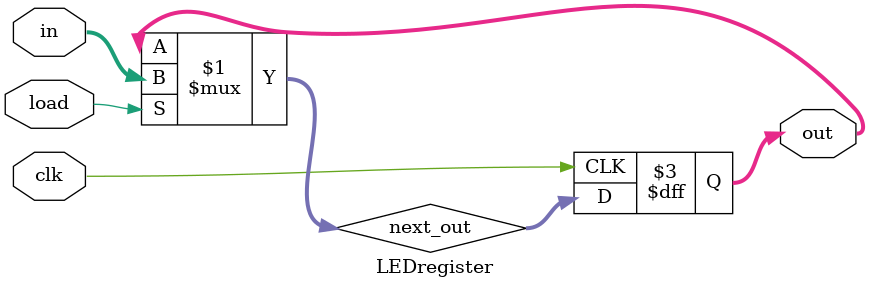
<source format=sv>
`define MNONE 3'b001
`define MREAD 3'b010
`define MWRITE 3'b100

module lab7_top(KEY,SW,LEDR,HEX0,HEX1,HEX2,HEX3,HEX4,HEX5);
input [3:0] KEY;
input [9:0] SW;
output reg [9:0] LEDR;
output [6:0] HEX0, HEX1, HEX2, HEX3, HEX4, HEX5;

    wire [2:0] mem_cmd;
    wire [8:0] mem_addr;
    reg read_out, write_out, msel;
    wire [15:0] write_data, dout;
    reg [15:0] read_data;
    wire N, V, Z, write;

assign write = write_out && msel;

cpu CPU(.clk(~KEY[0]),.reset(~KEY[1]),.read_data(read_data), 
.write_data(write_data), .mem_addr(mem_addr), .mem_cmd(mem_cmd), .N(N),.V(V),.Z(Z));

RAM MEM(.clk(~KEY[0]), .read_address(mem_addr[7:0]),.write_address(mem_addr[7:0]),.write(write),.din(write_data),.dout(dout));

// compares
 always @(*) begin
        if(mem_cmd == `MREAD) 
        begin
            read_out = 1'b1;
        end
        else 
        begin
            read_out = 1'b0;
        end

        if(mem_cmd == `MWRITE)
        begin
            write_out = 1'b1;
        end
        else 
        begin
            write_out = 1'b0;
        end

        if(mem_addr[8] == 1'b0)
        begin
             msel = 1'b1;
        end
        else 
        begin 
            msel = 1'b0;
        end
    end

// Tri-state 

    always @(*) begin
         read_data = (read_out && msel) ? dout : {16{1'bz}};
    end

//Combinational Logic for Switches


always @(*) begin

    if(mem_cmd == `MREAD && mem_addr == 9'h140) begin
        read_data[15:8] = 8'h00;
        read_data[7:0] = SW[7:0];
    end
    else
    begin
        read_data = {16{1'bz}};
    end
end

    


/*always @(*) begin

    if(mem_cmd == `MWRITE && mem_addr == 9'h100) begin
        LEDR[7:0] = write_data[7:0];
    end
    else begin
        LEDR[7:0] = 8'b00000000;
    end
end
   */

reg LEDload;


   always@(*) begin
    if(mem_cmd == `MWRITE && mem_addr == 9'h100) begin
        LEDload = 1'b1;
    end
    else
    LEDload = 1'b0;
   end

LEDregister LED(.clk(~KEY[0]), .load(LEDload), .in(write_data[7:0]), .out(LEDR[7:0]));


endmodule 



module LEDregister(clk, load, in, out);
input clk, load;
input [7:0] in;
output reg[7:0] out;
wire [7:0] next_out;


//code from slides, multiplexer which sets next_out to in if load is 1, otherwise sets next_out to out
assign next_out = load ? in : out;

always@(posedge clk)
    out = next_out;

endmodule

</source>
